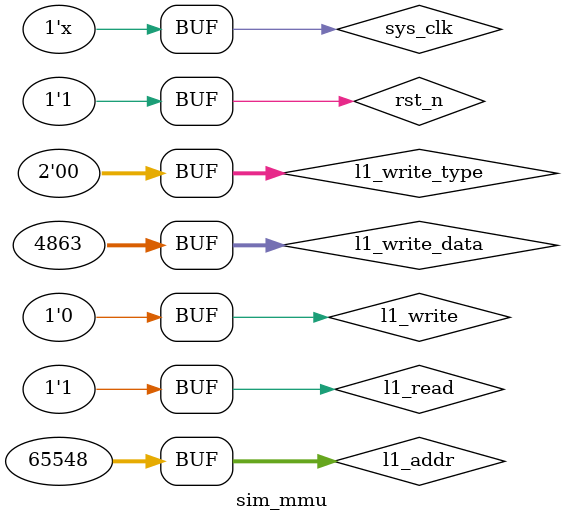
<source format=v>
`timescale 1ns / 1ps


module sim_mmu();
    reg sys_clk;
    reg rst_n;
    
    always #1 sys_clk = ~sys_clk;

    reg l1_read;
    reg l1_write;
    reg [31:0] l1_addr;
    reg [1:0] l1_write_type;
    reg [31:0] l1_write_data;

    wire [31:0] l1_data_o;
    wire stall;

    wire l1_mmu_req_read;
    wire l1_mmu_req_write;
    wire [31:0] l1_mmu_req_addr;
    wire [255:0] l1_mmu_write_data;

    wire mmu_l1_read_done;
    wire mmu_l1_write_done;
    wire [255:0] mmu_l1_read_data;
    
    reg ram_i_write;

    initial begin 
        sys_clk = 0;
        rst_n = 0;
        l1_read = 0;
        l1_write = 0;
        l1_addr = 32'b0;
        l1_write_type = 2'b0;
        l1_write_data = 32'b0;

        #8 rst_n = 1;
    end

    initial begin
        #20
        l1_read = 1;
        l1_addr = 32'b111_00000_00000_01100;

        #16
        l1_read = 0;

        #16
        l1_read = 1;
        l1_addr = 32'b001_00000_00000_01100;
        // expected mmu req

        #16
        l1_read = 0;
        l1_write = 1;
        l1_addr = 32'b001_00000_00000_01100;
        l1_write_data = 32'hAAAABBBB;
        // write to cached

        #16
        l1_read =0;
        l1_write=1;
        l1_addr = 32'b010_00000_00000_00000;
        l1_write_data = 32'HEEEEFFFF;

        #32
        l1_read = 1;
        l1_write = 0;
        l1_addr = 32'b001_00000_00000_01100;
        l1_write_data = 0;
        // read cached

        #32
        l1_read = 0;
        l1_write = 1;
        l1_addr = 32'b011_00000_00000_01100;
        l1_write_data = 32'hBBB00CCC;
        // write uncached, dirty 

        #32
        l1_read = 1;
        l1_write = 0;
        l1_addr = 32'b001_00000_00000_01100;
        // flush out cache

        // Test SW
        #32
        l1_read = 0;
        l1_write = 1;
        l1_write_type = 2'b00;
        l1_addr = 32'b010_00000_00000_00000;
        l1_write_data = 32'H11112222;

        #32
        l1_addr = 32'b010_00000_00000_00100;
        l1_write_data = 32'H33334444;

        #4
        l1_addr = 32'b010_00000_00000_01000;
        l1_write_data = 32'H55556666;

        #4
        l1_addr = 32'b010_00000_00000_01100;
        l1_write_data = 32'H77778888;        
        
        #4
        l1_addr = 32'b010_00000_00000_10000;
        l1_write_data = 32'H9999AAAA;

        #4
        l1_addr = 32'b010_00000_00000_10100;
        l1_write_data = 32'HBBBBCCCC;

        #4
        l1_addr = 32'b010_00000_00000_11000;
        l1_write_data = 32'HDDDDEEEE;

        #4
        l1_addr = 32'b010_00000_00000_11100;
        l1_write_data = 32'HFFFF0000;

        // test sh
        #4
        l1_write_type = 2'b01;
        l1_addr = 32'b010_00000_00000_00000;
        l1_write_data = 32'H00001234;
        #4
        l1_addr = 32'b010_00000_00000_00010;
        l1_write_data = 32'H00001234;
        #4
        l1_addr = 32'b010_00000_00000_00100;
        l1_write_data = 32'H00001234;

        // test sb
        #4
        l1_write_type = 2'b10;
        l1_addr = 32'b010_00000_00000_01000;
        l1_write_data = 32'H000012FF;
        #4
        l1_addr = 32'b010_00000_00000_01001;
        #4
        l1_addr = 32'b010_00000_00000_01010;
        #4
        l1_addr = 32'b010_00000_00000_01011;

        #16
        l1_read = 1;
        l1_write = 0;
        l1_write_type = 2'b00;
        l1_addr = 32'b010_00000_00000_01100;

    end

    l1cache l1cache_s(
        .sys_clk(sys_clk),
        .rst_n(rst_n),

        .l1_read(l1_read),
        .l1_write(l1_write),
        .l1_addr(l1_addr),
        .l1_write_type(l1_write_type),
        .l1_write_data(l1_write_data),
        
        .l1_data_o(l1_data_o),
        .stall(stall),
        
        .l1_mmu_req_read(l1_mmu_req_read),
        .l1_mmu_req_write(l1_mmu_req_write),
        .l1_mmu_req_addr(l1_mmu_req_addr),
        .l1_mmu_write_data(l1_mmu_write_data),

        .mmu_l1_read_done(mmu_l1_read_done),
        .mmu_l1_write_done(mmu_l1_write_done),
        .mmu_l1_read_data(mmu_l1_read_data)
    );

    l1mmu mmu(
        .sys_clk(sys_clk),
        .rst_n(rst_n),
        .l1_mmu_req_read(l1_mmu_req_read),
        .l1_mmu_req_write(l1_mmu_req_write),
        .l1_mmu_req_addr(l1_mmu_req_addr),
        .l1_mmu_write_data(l1_mmu_write_data),

        .mmu_l1_read_done(mmu_l1_read_done),
        .mmu_l1_write_done(mmu_l1_write_done),
        .mmu_l1_read_data(mmu_l1_read_data),
        
        .mmu_mmio_done(1),
        .mmu_mmio_write_data(32'hABCDEF00)
    );

endmodule

</source>
